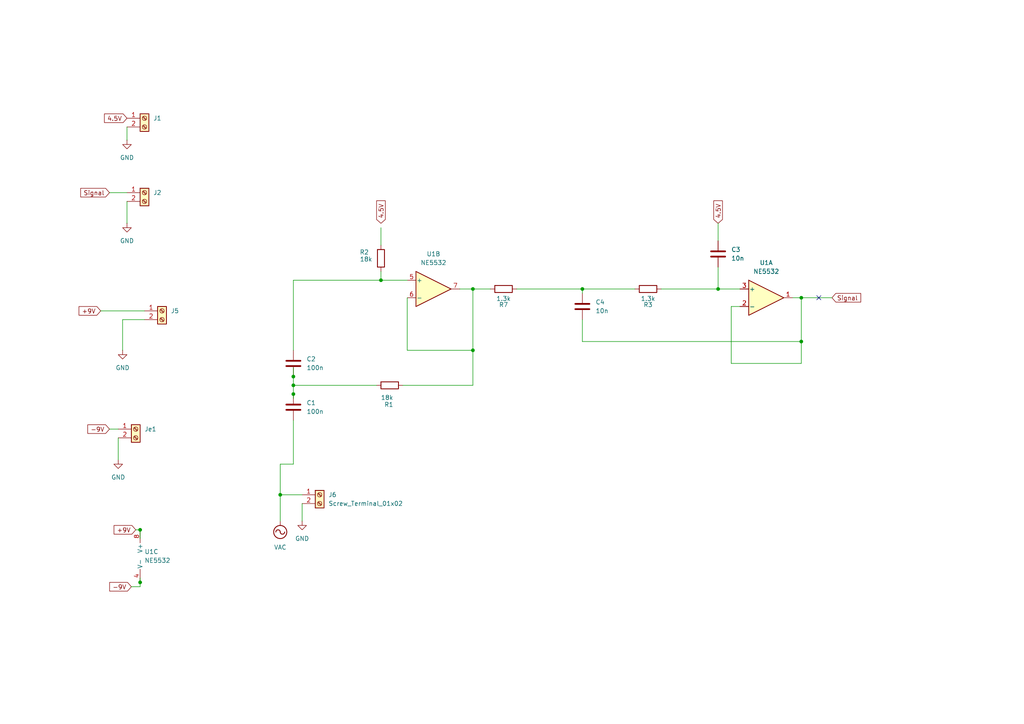
<source format=kicad_sch>
(kicad_sch (version 20250114) (generator "eeschema") (generator_version "9.0")
  (paper "A4")
  (lib_symbols
    (symbol "Amplifier_Operational:NE5532" (pin_names (offset 0.127))
      (property "Reference" "U" (at 0 5.08 0))
      (property "Value" "NE5532" (at 0 -5.08 0))
      (symbol "NE5532_1_1"
        (polyline (pts (xy -5.08 5.08) (xy 5.08 0) (xy -5.08 -5.08) (xy -5.08 5.08)) (stroke (width 0.254)) (fill (type background)))
        (pin input line (at -7.62 2.54 0) (length 2.54) (name "+") (number "3"))
        (pin input line (at -7.62 -2.54 0) (length 2.54) (name "-") (number "2"))
        (pin output line (at 7.62 0 180) (length 2.54) (name "~") (number "1"))
      )
      (symbol "NE5532_2_1"
        (polyline (pts (xy -5.08 5.08) (xy 5.08 0) (xy -5.08 -5.08) (xy -5.08 5.08)) (stroke (width 0.254)) (fill (type background)))
        (pin input line (at -7.62 2.54 0) (length 2.54) (name "+") (number "5"))
        (pin input line (at -7.62 -2.54 0) (length 2.54) (name "-") (number "6"))
        (pin output line (at 7.62 0 180) (length 2.54) (name "~") (number "7"))
      )
      (symbol "NE5532_3_1"
        (pin power_in line (at -2.54 7.62 270) (length 3.81) (name "V+") (number "8"))
        (pin power_in line (at -2.54 -7.62 90) (length 3.81) (name "V-") (number "4"))
      )
    )
    (symbol "Connector:Screw_Terminal_01x02" (pin_names (offset 1.016) (hide yes))
      (property "Reference" "J" (at 0 2.54 0))
      (property "Value" "Screw_Terminal_01x02" (at 0 -5.08 0))
      (symbol "Screw_Terminal_01x02_1_1"
        (rectangle (start -1.27 1.27) (end 1.27 -3.81) (stroke (width 0.254)) (fill (type background)))
        (polyline (pts (xy -0.5334 0.3302) (xy 0.3302 -0.508)) (stroke (width 0.1524)))
        (polyline (pts (xy -0.5334 -2.2098) (xy 0.3302 -3.048)) (stroke (width 0.1524)))
        (polyline (pts (xy -0.3556 0.508) (xy 0.508 -0.3302)) (stroke (width 0.1524)))
        (polyline (pts (xy -0.3556 -2.032) (xy 0.508 -2.8702)) (stroke (width 0.1524)))
        (circle (center 0 0) (radius 0.635) (stroke (width 0.1524)))
        (circle (center 0 -2.54) (radius 0.635) (stroke (width 0.1524)))
        (pin passive line (at -5.08 0 0) (length 3.81) (name "Pin_1") (number "1"))
        (pin passive line (at -5.08 -2.54 0) (length 3.81) (name "Pin_2") (number "2"))
      )
    )
    (symbol "Device:C" (pin_numbers (hide yes)) (pin_names (offset 0.254))
      (property "Reference" "C" (at 0.635 2.54 0))
      (property "Value" "C" (at 0.635 -2.54 0))
      (symbol "C_0_1"
        (polyline (pts (xy -2.032 0.762) (xy 2.032 0.762)) (stroke (width 0.508)))
        (polyline (pts (xy -2.032 -0.762) (xy 2.032 -0.762)) (stroke (width 0.508)))
      )
      (symbol "C_1_1"
        (pin passive line (at 0 3.81 270) (length 2.794) (name "~") (number "1"))
        (pin passive line (at 0 -3.81 90) (length 2.794) (name "~") (number "2"))
      )
    )
    (symbol "Device:R" (pin_numbers (hide yes)) (pin_names (offset 0))
      (property "Reference" "R" (at 2.032 0 90))
      (property "Value" "R" (at 0 0 90))
      (symbol "R_0_1"
        (rectangle (start -1.016 -2.54) (end 1.016 2.54) (stroke (width 0.254)))
      )
      (symbol "R_1_1"
        (pin passive line (at 0 3.81 270) (length 1.27) (name "~") (number "1"))
        (pin passive line (at 0 -3.81 90) (length 1.27) (name "~") (number "2"))
      )
    )
    (symbol "power:GND" (power) (pin_numbers (hide yes)) (pin_names (offset 0) (hide yes))
      (property "Value" "GND" (at 0 -3.81 0))
      (symbol "GND_0_1"
        (polyline (pts (xy 0 0) (xy 0 -1.27) (xy 1.27 -1.27) (xy 0 -2.54) (xy -1.27 -1.27) (xy 0 -1.27)))
      )
      (symbol "GND_1_1"
        (pin power_in line (at 0 0 270) (length 0) (name "~") (number "1"))
      )
    )
    (symbol "power:VAC" (power) (pin_numbers (hide yes)) (pin_names (offset 0) (hide yes))
      (property "Value" "VAC" (at 0 6.35 0))
      (symbol "VAC_0_1"
        (arc (start -1.27 3.175) (mid -0.635 3.8073) (end 0 3.175) (stroke (width 0.254)))
        (circle (center 0 3.175) (radius 1.905) (stroke (width 0.254)))
        (polyline (pts (xy 0 0) (xy 0 1.27)))
        (arc (start 1.27 3.175) (mid 0.635 2.5427) (end 0 3.175) (stroke (width 0.254)))
      )
      (symbol "VAC_1_1"
        (pin power_in line (at 0 0 90) (length 0) (name "~") (number "1"))
      )
    )
  )
  (junction (at 40.64 168.91))
  (junction (at 168.91 83.82))
  (junction (at 232.41 99.06))
  (junction (at 85.09 114.3))
  (junction (at 40.64 153.67))
  (junction (at 137.16 101.6))
  (junction (at 232.41 86.36))
  (junction (at 137.16 83.82))
  (junction (at 85.09 109.22))
  (junction (at 110.49 81.28))
  (junction (at 81.28 143.51))
  (junction (at 208.28 83.82))
  (junction (at 85.09 111.76))
  (no_connect (at 237.49 86.36))
  (wire (pts (xy 110.49 66.04) (xy 110.49 71.12)))
  (wire (pts (xy 85.09 106.68) (xy 85.09 109.22)))
  (wire (pts (xy 168.91 99.06) (xy 232.41 99.06)))
  (wire (pts (xy 149.86 83.82) (xy 168.91 83.82)))
  (wire (pts (xy 212.09 88.9) (xy 214.63 88.9)))
  (wire (pts (xy 40.64 156.21) (xy 40.64 153.67)))
  (wire (pts (xy 40.64 168.91) (xy 40.64 170.18)))
  (wire (pts (xy 85.09 109.22) (xy 85.09 111.76)))
  (wire (pts (xy 110.49 81.28) (xy 118.11 81.28)))
  (wire (pts (xy 81.28 134.62) (xy 85.09 134.62)))
  (wire (pts (xy 137.16 101.6) (xy 137.16 111.76)))
  (wire (pts (xy 31.75 55.88) (xy 36.83 55.88)))
  (wire (pts (xy 232.41 99.06) (xy 232.41 86.36)))
  (wire (pts (xy 85.09 81.28) (xy 85.09 101.6)))
  (wire (pts (xy 34.29 127) (xy 34.29 133.35)))
  (wire (pts (xy 212.09 88.9) (xy 212.09 105.41)))
  (wire (pts (xy 212.09 105.41) (xy 232.41 105.41)))
  (wire (pts (xy 35.56 92.71) (xy 41.91 92.71)))
  (wire (pts (xy 137.16 111.76) (xy 116.84 111.76)))
  (wire (pts (xy 38.1 170.18) (xy 40.64 170.18)))
  (wire (pts (xy 232.41 86.36) (xy 241.3 86.36)))
  (wire (pts (xy 40.64 153.67) (xy 39.37 153.67)))
  (wire (pts (xy 232.41 105.41) (xy 232.41 99.06)))
  (wire (pts (xy 168.91 83.82) (xy 168.91 85.09)))
  (wire (pts (xy 29.21 90.17) (xy 41.91 90.17)))
  (wire (pts (xy 168.91 92.71) (xy 168.91 99.06)))
  (wire (pts (xy 31.75 124.46) (xy 34.29 124.46)))
  (wire (pts (xy 85.09 81.28) (xy 110.49 81.28)))
  (wire (pts (xy 81.28 143.51) (xy 81.28 134.62)))
  (wire (pts (xy 118.11 86.36) (xy 118.11 101.6)))
  (wire (pts (xy 40.64 167.64) (xy 40.64 168.91)))
  (wire (pts (xy 81.28 143.51) (xy 87.63 143.51)))
  (wire (pts (xy 35.56 101.6) (xy 35.56 92.71)))
  (wire (pts (xy 110.49 78.74) (xy 110.49 81.28)))
  (wire (pts (xy 118.11 101.6) (xy 137.16 101.6)))
  (wire (pts (xy 36.83 36.83) (xy 36.83 40.64)))
  (wire (pts (xy 191.77 83.82) (xy 208.28 83.82)))
  (wire (pts (xy 85.09 114.3) (xy 85.09 115.57)))
  (wire (pts (xy 85.09 111.76) (xy 109.22 111.76)))
  (wire (pts (xy 208.28 83.82) (xy 214.63 83.82)))
  (wire (pts (xy 208.28 64.77) (xy 208.28 69.85)))
  (wire (pts (xy 168.91 83.82) (xy 184.15 83.82)))
  (wire (pts (xy 137.16 83.82) (xy 137.16 101.6)))
  (wire (pts (xy 85.09 111.76) (xy 85.09 114.3)))
  (wire (pts (xy 81.28 151.13) (xy 81.28 143.51)))
  (wire (pts (xy 229.87 86.36) (xy 232.41 86.36)))
  (wire (pts (xy 137.16 83.82) (xy 142.24 83.82)))
  (wire (pts (xy 36.83 58.42) (xy 36.83 64.77)))
  (wire (pts (xy 137.16 83.82) (xy 133.35 83.82)))
  (wire (pts (xy 85.09 134.62) (xy 85.09 121.92)))
  (wire (pts (xy 87.63 146.05) (xy 87.63 151.13)))
  (wire (pts (xy 208.28 77.47) (xy 208.28 83.82)))
  (global_label "4.5V" (shape input) (at 208.28 64.77 90) (property "Intersheetrefs" "${INTERSHEET_REFS}" (effects (hide yes))))
  (global_label "Signal" (shape input) (at 241.3 86.36 0) (property "Intersheetrefs" "${INTERSHEET_REFS}" (effects (hide yes))))
  (global_label "+9V" (shape input) (at 39.37 153.67 180) (property "Intersheetrefs" "${INTERSHEET_REFS}" (effects (hide yes))))
  (global_label "Signal" (shape input) (at 31.75 55.88 180) (property "Intersheetrefs" "${INTERSHEET_REFS}" (effects (hide yes))))
  (global_label "4.5V" (shape input) (at 36.83 34.29 180) (property "Intersheetrefs" "${INTERSHEET_REFS}" (effects (hide yes))))
  (global_label "+9V" (shape input) (at 29.21 90.17 180) (property "Intersheetrefs" "${INTERSHEET_REFS}" (effects (hide yes))))
  (global_label "4.5V" (shape input) (at 110.49 64.77 90) (property "Intersheetrefs" "${INTERSHEET_REFS}" (effects (hide yes))))
  (global_label "-9V" (shape input) (at 31.75 124.46 180) (property "Intersheetrefs" "${INTERSHEET_REFS}" (effects (hide yes))))
  (global_label "-9V" (shape input) (at 38.1 170.18 180) (property "Intersheetrefs" "${INTERSHEET_REFS}" (effects (hide yes))))
  (symbol (lib_id "Device:R") (at 110.49 74.93 0) (unit 1)
    (property "Reference" "R2" (at 105.664 73.152 0))
    (property "Value" "18k" (at 106.172 75.184 0))
    (property "Footprint" "Resistor_THT:R_Axial_DIN0204_L3.6mm_D1.6mm_P2.54mm_Vertical" (effects (hide yes)))
    (property "Description" "Resistor" (effects (hide yes)))
  )
  (symbol (lib_id "Connector:Screw_Terminal_01x02") (at 41.91 34.29 0) (unit 1)
    (property "Reference" "J1" (at 44.45 34.2899 0) (effects (justify left)))
    (property "Value" "Screw_Terminal_01x02" (effects (hide yes)))
    (property "Footprint" "TerminalBlock:TerminalBlock_MaiXu_MX126-5.0-02P_1x02_P5.00mm" (effects (hide yes)))
    (property "Description" "Generic screw terminal, single row, 01x02, script generated (kicad-library-utils/schlib/autogen/connector/)" (effects (hide yes)))
  )
  (symbol (lib_id "power:GND") (at 35.56 101.6 0) (unit 1)
    (property "Reference" "#PWR04" (effects (hide yes)))
    (property "Value" "GND" (at 35.56 106.68 0))
    (property "Description" "Power symbol creates a global label with name \"GND\" , ground" (effects (hide yes)))
  )
  (symbol (lib_id "Connector:Screw_Terminal_01x02") (at 46.99 90.17 0) (unit 1)
    (property "Reference" "J5" (at 49.53 90.1699 0) (effects (justify left)))
    (property "Value" "Screw_Terminal_01x02" (effects (hide yes)))
    (property "Footprint" "TerminalBlock:TerminalBlock_MaiXu_MX126-5.0-02P_1x02_P5.00mm" (effects (hide yes)))
    (property "Description" "Generic screw terminal, single row, 01x02, script generated (kicad-library-utils/schlib/autogen/connector/)" (effects (hide yes)))
  )
  (symbol (lib_id "power:VAC") (at 81.28 151.13 180) (unit 1)
    (property "Reference" "#PWR02" (effects (hide yes)))
    (property "Value" "VAC" (at 81.28 158.75 0))
    (property "Description" "Power symbol creates a global label with name \"VAC\"" (effects (hide yes)))
  )
  (symbol (lib_id "Connector:Screw_Terminal_01x02") (at 39.37 124.46 0) (unit 1)
    (property "Reference" "Je1" (at 41.91 124.4599 0) (effects (justify left)))
    (property "Value" "Screw_Terminal_01x02" (effects (hide yes)))
    (property "Footprint" "TerminalBlock:TerminalBlock_MaiXu_MX126-5.0-02P_1x02_P5.00mm" (effects (hide yes)))
    (property "Description" "Generic screw terminal, single row, 01x02, script generated (kicad-library-utils/schlib/autogen/connector/)" (effects (hide yes)))
  )
  (symbol (lib_id "Amplifier_Operational:NE5532") (at 43.18 161.29 0) (unit 3)
    (property "Reference" "U1" (at 41.91 160.0199 0) (effects (justify left)))
    (property "Value" "NE5532" (at 41.91 162.5599 0) (effects (justify left)))
    (property "Footprint" "Package_DIP:DIP-8_W7.62mm_LongPads" (effects (hide yes)))
    (property "Datasheet" "http://www.ti.com/lit/ds/symlink/ne5532.pdf" (effects (hide yes)))
    (property "Description" "Dual Low-Noise Operational Amplifiers, DIP-8/SOIC-8" (effects (hide yes)))
  )
  (symbol (lib_id "Device:R") (at 113.03 111.76 90) (unit 1)
    (property "Reference" "R1" (at 112.776 117.348 90))
    (property "Value" "18k" (at 112.268 115.316 90))
    (property "Footprint" "Resistor_THT:R_Axial_DIN0204_L3.6mm_D1.6mm_P2.54mm_Vertical" (effects (hide yes)))
    (property "Description" "Resistor" (effects (hide yes)))
  )
  (symbol (lib_id "power:GND") (at 34.29 133.35 0) (unit 1)
    (property "Reference" "#PWR05" (effects (hide yes)))
    (property "Value" "GND" (at 34.29 138.43 0))
    (property "Description" "Power symbol creates a global label with name \"GND\" , ground" (effects (hide yes)))
  )
  (symbol (lib_id "Device:R") (at 187.96 83.82 90) (unit 1)
    (property "Reference" "R3" (at 187.96 88.392 90))
    (property "Value" "1.3k" (at 187.96 86.614 90))
    (property "Footprint" "Resistor_THT:R_Axial_DIN0204_L3.6mm_D1.6mm_P2.54mm_Vertical" (effects (hide yes)))
    (property "Description" "Resistor" (effects (hide yes)))
  )
  (symbol (lib_id "Device:R") (at 146.05 83.82 90) (unit 1)
    (property "Reference" "R7" (at 146.05 88.392 90))
    (property "Value" "1.3k" (at 146.05 86.614 90))
    (property "Footprint" "Resistor_THT:R_Axial_DIN0204_L3.6mm_D1.6mm_P2.54mm_Vertical" (effects (hide yes)))
    (property "Description" "Resistor" (effects (hide yes)))
  )
  (symbol (lib_id "Device:C") (at 85.09 118.11 180) (unit 1)
    (property "Reference" "C1" (at 88.9 116.8399 0) (effects (justify right)))
    (property "Value" "100n" (at 88.9 119.3799 0) (effects (justify right)))
    (property "Footprint" "Capacitor_THT:CP_Axial_L10.0mm_D4.5mm_P15.00mm_Horizontal" (effects (hide yes)))
    (property "Description" "Unpolarized capacitor" (effects (hide yes)))
  )
  (symbol (lib_id "power:GND") (at 36.83 40.64 0) (unit 1)
    (property "Reference" "#PWR01" (effects (hide yes)))
    (property "Value" "GND" (at 36.83 45.72 0))
    (property "Description" "Power symbol creates a global label with name \"GND\" , ground" (effects (hide yes)))
  )
  (symbol (lib_id "Device:C") (at 208.28 73.66 180) (unit 1)
    (property "Reference" "C3" (at 212.09 72.3899 0) (effects (justify right)))
    (property "Value" "10n" (at 212.09 74.9299 0) (effects (justify right)))
    (property "Footprint" "Capacitor_THT:CP_Axial_L10.0mm_D4.5mm_P15.00mm_Horizontal" (effects (hide yes)))
    (property "Description" "Unpolarized capacitor" (effects (hide yes)))
  )
  (symbol (lib_id "power:GND") (at 36.83 64.77 0) (unit 1)
    (property "Reference" "#PWR03" (effects (hide yes)))
    (property "Value" "GND" (at 36.83 69.85 0))
    (property "Description" "Power symbol creates a global label with name \"GND\" , ground" (effects (hide yes)))
  )
  (symbol (lib_id "Amplifier_Operational:NE5532") (at 125.73 83.82 0) (unit 2)
    (property "Reference" "U1" (at 125.73 73.66 0))
    (property "Value" "NE5532" (at 125.73 76.2 0))
    (property "Footprint" "Package_DIP:DIP-8_W7.62mm_LongPads" (effects (hide yes)))
    (property "Datasheet" "http://www.ti.com/lit/ds/symlink/ne5532.pdf" (effects (hide yes)))
    (property "Description" "Dual Low-Noise Operational Amplifiers, DIP-8/SOIC-8" (effects (hide yes)))
  )
  (symbol (lib_id "power:GND") (at 87.63 151.13 0) (unit 1)
    (property "Reference" "#PWR08" (effects (hide yes)))
    (property "Value" "GND" (at 87.63 156.21 0))
    (property "Description" "Power symbol creates a global label with name \"GND\" , ground" (effects (hide yes)))
  )
  (symbol (lib_id "Connector:Screw_Terminal_01x02") (at 41.91 55.88 0) (unit 1)
    (property "Reference" "J2" (at 44.45 55.8799 0) (effects (justify left)))
    (property "Value" "Screw_Terminal_01x02" (effects (hide yes)))
    (property "Footprint" "TerminalBlock:TerminalBlock_MaiXu_MX126-5.0-02P_1x02_P5.00mm" (effects (hide yes)))
    (property "Description" "Generic screw terminal, single row, 01x02, script generated (kicad-library-utils/schlib/autogen/connector/)" (effects (hide yes)))
  )
  (symbol (lib_id "Device:C") (at 85.09 105.41 180) (unit 1)
    (property "Reference" "C2" (at 88.9 104.1399 0) (effects (justify right)))
    (property "Value" "100n" (at 88.9 106.6799 0) (effects (justify right)))
    (property "Footprint" "Capacitor_THT:CP_Axial_L10.0mm_D4.5mm_P15.00mm_Horizontal" (effects (hide yes)))
    (property "Description" "Unpolarized capacitor" (effects (hide yes)))
  )
  (symbol (lib_id "Amplifier_Operational:NE5532") (at 222.25 86.36 0) (unit 1)
    (property "Reference" "U1" (at 222.25 76.2 0))
    (property "Value" "NE5532" (at 222.25 78.74 0))
    (property "Footprint" "Package_DIP:DIP-8_W7.62mm_LongPads" (effects (hide yes)))
    (property "Datasheet" "http://www.ti.com/lit/ds/symlink/ne5532.pdf" (effects (hide yes)))
    (property "Description" "Dual Low-Noise Operational Amplifiers, DIP-8/SOIC-8" (effects (hide yes)))
  )
  (symbol (lib_id "Connector:Screw_Terminal_01x02") (at 92.71 143.51 0) (unit 1)
    (property "Reference" "J6" (at 95.25 143.5099 0) (effects (justify left)))
    (property "Value" "Screw_Terminal_01x02" (at 95.25 146.0499 0) (effects (justify left)))
    (property "Footprint" "TerminalBlock:TerminalBlock_MaiXu_MX126-5.0-02P_1x02_P5.00mm" (effects (hide yes)))
    (property "Description" "Generic screw terminal, single row, 01x02, script generated (kicad-library-utils/schlib/autogen/connector/)" (effects (hide yes)))
  )
  (symbol (lib_id "Device:C") (at 168.91 88.9 180) (unit 1)
    (property "Reference" "C4" (at 172.72 87.6299 0) (effects (justify right)))
    (property "Value" "10n" (at 172.72 90.1699 0) (effects (justify right)))
    (property "Footprint" "Capacitor_THT:CP_Axial_L10.0mm_D4.5mm_P15.00mm_Horizontal" (effects (hide yes)))
    (property "Description" "Unpolarized capacitor" (effects (hide yes)))
  )
)
</source>
